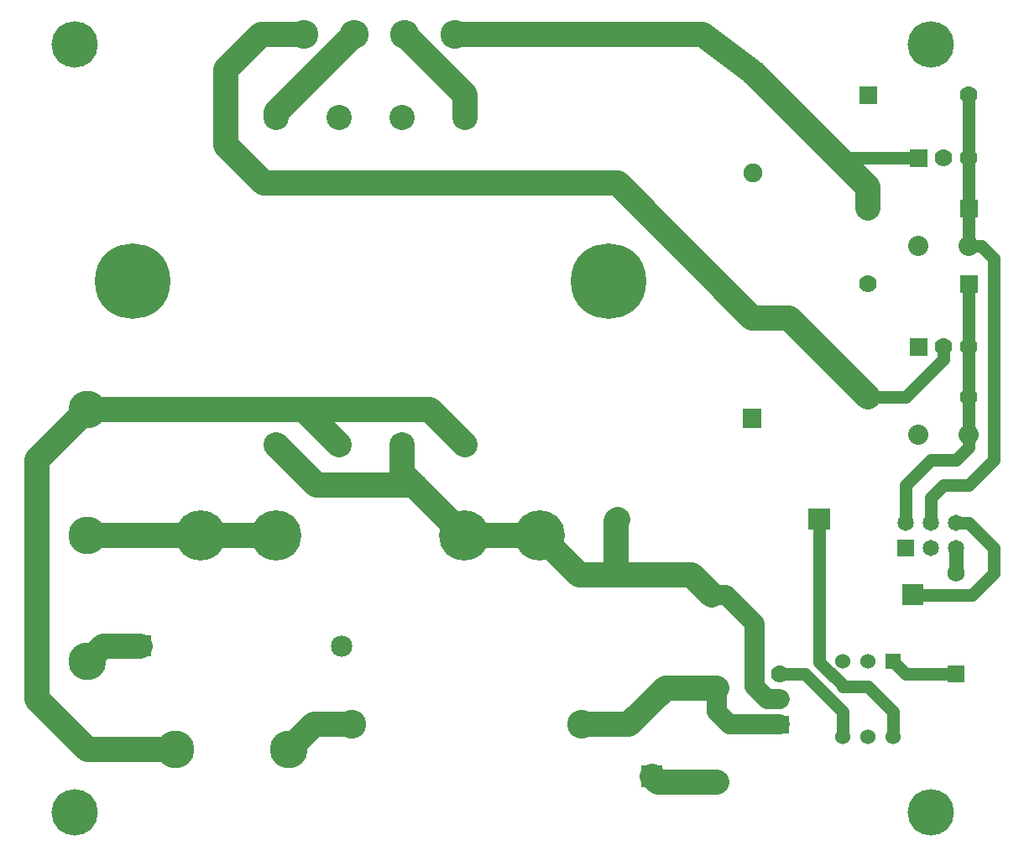
<source format=gbr>
G04 start of page 3 for group 1 idx 1 *
G04 Title: highvoltage, solder *
G04 Creator: pcb 20091103 *
G04 CreationDate: Wed 03 Feb 2010 09:09:45 PM GMT UTC *
G04 For: srussell *
G04 Format: Gerber/RS-274X *
G04 PCB-Dimensions: 400000 350000 *
G04 PCB-Coordinate-Origin: lower left *
%MOIN*%
%FSLAX25Y25*%
%LNBACK*%
%ADD11C,0.0200*%
%ADD12C,0.0800*%
%ADD13C,0.0700*%
%ADD14C,0.0650*%
%ADD15C,0.0600*%
%ADD16C,0.0680*%
%ADD17C,0.1500*%
%ADD18C,0.2000*%
%ADD19C,0.1150*%
%ADD20C,0.0850*%
%ADD21C,0.0560*%
%ADD22C,0.3000*%
%ADD23C,0.0750*%
%ADD24C,0.1000*%
%ADD25C,0.1840*%
%ADD26C,0.0400*%
%ADD27C,0.0350*%
%ADD28C,0.0500*%
%ADD29C,0.0480*%
%ADD30C,0.0380*%
%ADD31C,0.0280*%
%ADD32C,0.0508*%
%ADD33C,0.0473*%
%ADD34C,0.0300*%
%ADD35C,0.1250*%
%ADD36C,0.0550*%
G54D24*X179700Y135000D02*X209700D01*
X179700D02*X155000Y159700D01*
X121000Y155000D02*X160000D01*
X166000Y185000D02*X180000Y171000D01*
X155000Y159700D02*Y171000D01*
X130000D02*X116000Y185000D01*
X30000D02*X10000Y165000D01*
X105000Y171000D02*X121000Y155000D01*
X65000Y50000D02*X30000D01*
Y135000D02*X105000D01*
X10000Y70000D02*Y165000D01*
X30000Y50000D02*X10000Y70000D01*
X30000Y85000D02*X36190Y91190D01*
X50910D01*
X110000Y50000D02*X120000Y60000D01*
X30000Y185000D02*X166000D01*
X105000Y303000D02*Y301000D01*
X116000Y185000D02*X110000D01*
X85000Y290000D02*X100000Y275000D01*
X180000Y310000D02*Y301000D01*
X100000Y275000D02*X240482D01*
X240000D01*
X136000Y334000D02*X105000Y303000D01*
X99000Y334000D02*X85000Y320000D01*
Y290000D01*
X116000Y334000D02*X99000D01*
X209700Y135000D02*X225340Y119360D01*
X240720Y141520D02*X240000Y140800D01*
Y120000D01*
X120000Y60000D02*X135000D01*
G54D28*X365000Y165000D02*X355000Y155000D01*
X375000Y165000D02*X365000D01*
X380000Y170000D02*X375000Y165000D01*
X390000D02*X380000Y155000D01*
X370000D01*
X390000Y130000D02*Y120000D01*
G54D36*X375000Y130000D02*Y120000D01*
G54D28*Y140000D02*X380000D01*
X390000Y130000D01*
Y120000D02*X381450Y111450D01*
X355000Y155000D02*Y140000D01*
X365000Y150000D02*Y140000D01*
X370000Y155000D02*X365000Y150000D01*
G54D24*X277840Y111450D02*X269930Y119360D01*
G54D28*X320000Y142240D02*X320720Y141520D01*
G54D24*X225340Y119360D02*X269930D01*
G54D12*X283550Y111450D02*X277840D01*
G54D28*X381450D02*X357840D01*
G54D24*X156000Y334000D02*X180000Y310000D01*
X176000Y334000D02*X274390D01*
X294474Y318916D01*
X340000Y273390D01*
X293983Y221499D02*X240482Y275000D01*
X308501Y221499D02*X293983D01*
G54D28*X370000Y205000D02*X355000Y190000D01*
X370000Y210000D02*Y205000D01*
X355000Y190000D02*X340000D01*
G54D24*X308501Y221499D01*
G54D28*X380000Y235000D02*Y170000D01*
G54D24*X340000Y273390D02*Y265000D01*
G54D28*X360000Y285000D02*X330000D01*
X380000Y310000D02*Y250000D01*
X385000D01*
X390000Y245000D01*
Y165000D01*
G54D12*X295000Y100000D02*X283550Y111450D01*
X295000Y75000D02*Y100000D01*
X280000Y65000D02*Y74500D01*
G54D28*X320720Y141520D02*Y84803D01*
X330523Y75000D01*
X305000Y80000D02*X315000D01*
X330000Y65000D01*
G54D12*X300000Y70000D02*X295000Y75000D01*
G54D28*X330000D02*X340000D01*
X350000Y65000D01*
Y55000D01*
X330000Y65000D02*Y55000D01*
X355000Y80000D02*X375000D01*
X350000Y85000D02*X355000Y80000D01*
G54D12*X305000Y70000D02*X300000D01*
G54D24*X244500Y60000D02*X226340D01*
G54D12*X305000D02*X285000D01*
X280000Y65000D01*
G54D24*X245000Y60000D02*X259500Y74500D01*
X280000D01*
X254160Y39360D02*X256520Y37000D01*
X280000D01*
G54D11*G36*
X356500Y213500D02*Y206500D01*
X363500D01*
Y213500D01*
X356500D01*
G37*
G54D12*X360000Y175000D03*
G54D13*X370000Y210000D03*
G54D11*G36*
X290233Y185249D02*Y177749D01*
X297733D01*
Y185249D01*
X290233D01*
G37*
G36*
X353590Y115700D02*Y107200D01*
X362090D01*
Y115700D01*
X353590D01*
G37*
G36*
X351750Y133250D02*Y126750D01*
X358250D01*
Y133250D01*
X351750D01*
G37*
G54D14*X355000Y140000D03*
X365000Y130000D03*
Y140000D03*
G54D11*G36*
X336500Y193500D02*Y186500D01*
X343500D01*
Y193500D01*
X336500D01*
G37*
G36*
X347000Y88000D02*Y82000D01*
X353000D01*
Y88000D01*
X347000D01*
G37*
G54D15*X340000Y85000D03*
X330000D03*
G54D13*X380000Y210000D03*
G54D12*Y175000D03*
G54D13*Y190000D03*
G54D11*G36*
X376500Y238500D02*Y231500D01*
X383500D01*
Y238500D01*
X376500D01*
G37*
G54D15*X330000Y55000D03*
X340000D03*
X350000D03*
G54D11*G36*
X371600Y83400D02*Y76600D01*
X378400D01*
Y83400D01*
X371600D01*
G37*
G54D16*X375000Y120000D03*
G54D14*Y130000D03*
Y140000D03*
G54D11*G36*
X356500Y288500D02*Y281500D01*
X363500D01*
Y288500D01*
X356500D01*
G37*
G36*
X336500Y313500D02*Y306500D01*
X343500D01*
Y313500D01*
X336500D01*
G37*
G54D13*X340000Y265000D03*
G54D12*X360000Y250000D03*
G54D13*X340000Y235000D03*
X370000Y285000D03*
X380000D03*
Y310000D03*
G54D11*G36*
X376500Y268500D02*Y261500D01*
X383500D01*
Y268500D01*
X376500D01*
G37*
G54D12*X380000Y250000D03*
G54D17*X65000Y50000D03*
X30000Y135000D03*
G54D11*G36*
X46660Y95440D02*Y86940D01*
X55160D01*
Y95440D01*
X46660D01*
G37*
G54D17*X30000Y85000D03*
G54D18*X75000Y135000D03*
X105000D03*
X179700D03*
X209700D03*
G54D19*X226340Y60000D03*
G54D20*X130910Y91190D03*
G54D19*X135000Y60000D03*
G54D17*X110000Y50000D03*
G54D20*X277840Y111450D03*
X254160Y119360D03*
G54D21*X280000Y74500D03*
Y37000D03*
G54D11*G36*
X249910Y43610D02*Y35110D01*
X258410D01*
Y43610D01*
X249910D01*
G37*
G36*
X316470Y145770D02*Y137270D01*
X324970D01*
Y145770D01*
X316470D01*
G37*
G54D20*X240720Y141520D03*
G54D11*G36*
X301500Y63500D02*Y56500D01*
X308500D01*
Y63500D01*
X301500D01*
G37*
G54D13*X305000Y70000D03*
Y80000D03*
G54D22*X237000Y236000D03*
G54D11*G36*
X290724Y322666D02*Y315166D01*
X298224D01*
Y322666D01*
X290724D01*
G37*
G54D23*X294474Y278916D03*
X293983Y221499D03*
G54D24*X180000Y301000D03*
X155000D03*
X130000D03*
X105000D03*
G54D19*X156000Y334000D03*
X176000D03*
X136000D03*
X116000D03*
G54D24*X105000Y171000D03*
X130000D03*
X155000D03*
X180000D03*
G54D22*X48000Y236000D03*
G54D17*X30000Y185000D03*
G54D25*X365000Y330000D03*
X25000D03*
Y25000D03*
X365000D03*
G54D26*G54D27*G54D26*G54D28*G54D29*G54D30*G54D26*G54D31*G54D26*G54D27*G54D26*G54D31*G54D30*G54D26*G54D27*G54D26*G54D27*G54D32*G54D29*G54D32*G54D24*G54D33*G54D29*G54D33*G54D32*G54D29*G54D34*G54D29*G54D26*G54D18*G54D28*G54D15*G54D18*G54D32*G54D35*M02*

</source>
